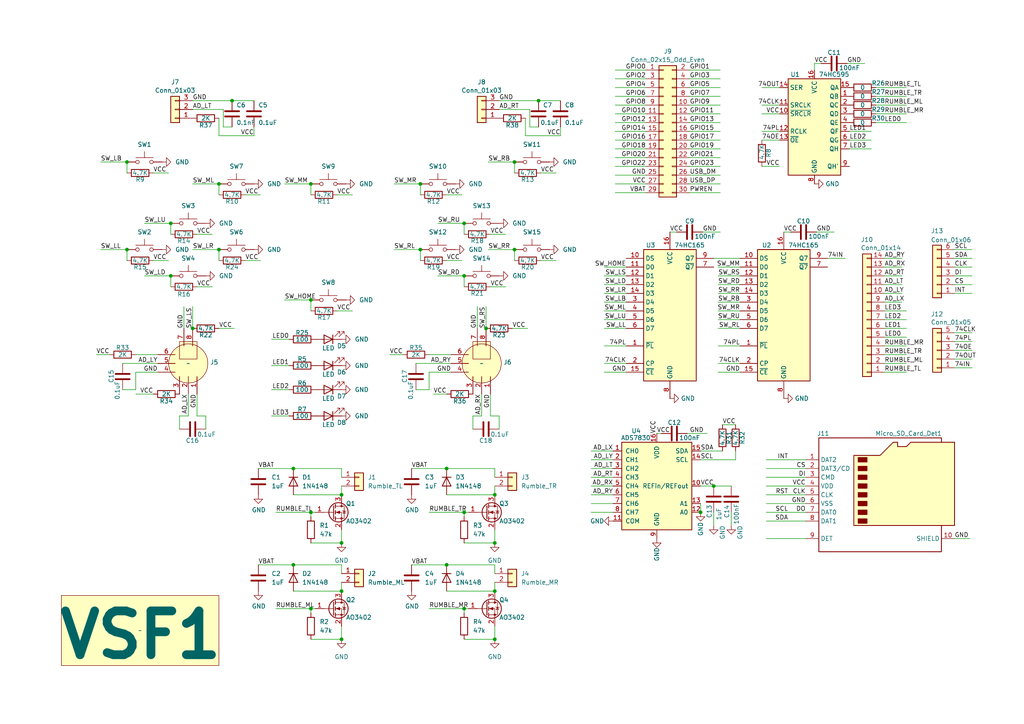
<source format=kicad_sch>
(kicad_sch (version 20231120) (generator "eeschema") (generator_version "8.0")
  (paper "A4")
  (lib_symbols
    (symbol "74xx:74HC165"
      (property "Reference" "U" (at -7.62 19.05 0))
      (property "Value" "74HC165" (at -7.62 -21.59 0))
      (symbol "74HC165_1_0"
        (pin input line (at -12.7 -10.16 0) (length 5.08) (name "~{PL}") (number "1"))
        (pin input line (at -12.7 15.24 0) (length 5.08) (name "DS") (number "10"))
        (pin input line (at -12.7 12.7 0) (length 5.08) (name "D0") (number "11"))
        (pin input line (at -12.7 10.16 0) (length 5.08) (name "D1") (number "12"))
        (pin input line (at -12.7 7.62 0) (length 5.08) (name "D2") (number "13"))
        (pin input line (at -12.7 5.08 0) (length 5.08) (name "D3") (number "14"))
        (pin input line (at -12.7 -17.78 0) (length 5.08) (name "~{CE}") (number "15"))
        (pin power_in line (at 0 22.86 270) (length 5.08) (name "VCC") (number "16"))
        (pin input line (at -12.7 -15.24 0) (length 5.08) (name "CP") (number "2"))
        (pin input line (at -12.7 2.54 0) (length 5.08) (name "D4") (number "3"))
        (pin input line (at -12.7 0 0) (length 5.08) (name "D5") (number "4"))
        (pin input line (at -12.7 -2.54 0) (length 5.08) (name "D6") (number "5"))
        (pin input line (at -12.7 -5.08 0) (length 5.08) (name "D7") (number "6"))
        (pin output line (at 12.7 12.7 180) (length 5.08) (name "~{Q7}") (number "7"))
        (pin power_in line (at 0 -25.4 90) (length 5.08) (name "GND") (number "8"))
        (pin output line (at 12.7 15.24 180) (length 5.08) (name "Q7") (number "9"))
      )
    )
    (symbol "74xx:74HC595"
      (property "Reference" "U" (at -7.62 13.97 0))
      (property "Value" "74HC595" (at -7.62 -16.51 0))
      (symbol "74HC595_1_0"
        (pin tri_state line (at 10.16 7.62 180) (length 2.54) (name "QB") (number "1"))
        (pin input line (at -10.16 2.54 0) (length 2.54) (name "~{SRCLR}") (number "10"))
        (pin input line (at -10.16 5.08 0) (length 2.54) (name "SRCLK") (number "11"))
        (pin input line (at -10.16 -2.54 0) (length 2.54) (name "RCLK") (number "12"))
        (pin input line (at -10.16 -5.08 0) (length 2.54) (name "~{OE}") (number "13"))
        (pin input line (at -10.16 10.16 0) (length 2.54) (name "SER") (number "14"))
        (pin tri_state line (at 10.16 10.16 180) (length 2.54) (name "QA") (number "15"))
        (pin power_in line (at 0 15.24 270) (length 2.54) (name "VCC") (number "16"))
        (pin tri_state line (at 10.16 5.08 180) (length 2.54) (name "QC") (number "2"))
        (pin tri_state line (at 10.16 2.54 180) (length 2.54) (name "QD") (number "3"))
        (pin tri_state line (at 10.16 0 180) (length 2.54) (name "QE") (number "4"))
        (pin tri_state line (at 10.16 -2.54 180) (length 2.54) (name "QF") (number "5"))
        (pin tri_state line (at 10.16 -5.08 180) (length 2.54) (name "QG") (number "6"))
        (pin tri_state line (at 10.16 -7.62 180) (length 2.54) (name "QH") (number "7"))
        (pin power_in line (at 0 -17.78 90) (length 2.54) (name "GND") (number "8"))
        (pin output line (at 10.16 -12.7 180) (length 2.54) (name "QH'") (number "9"))
      )
    )
    (symbol "Analog_DAC:ADS7830" (pin_names (offset 1.016))
      (property "Reference" "U" (at -10.16 13.716 0))
      (property "Value" "ADS7830" (at 1.778 13.716 0))
      (symbol "ADS7830_1_1"
        (pin input line (at -12.7 10.16 0) (length 2.54) (name "CH0") (number "1"))
        (pin bidirectional line (at 12.7 0 180) (length 2.54) (name "REFin/REFout") (number "10"))
        (pin input line (at -12.7 -10.16 0) (length 2.54) (name "COM") (number "11"))
        (pin input line (at 12.7 -7.62 180) (length 2.54) (name "A0") (number "12"))
        (pin input line (at 12.7 -5.08 180) (length 2.54) (name "A1") (number "13"))
        (pin input line (at 12.7 7.62 180) (length 2.54) (name "SCL") (number "14"))
        (pin bidirectional line (at 12.7 10.16 180) (length 2.54) (name "SDA") (number "15"))
        (pin power_in line (at 0 15.24 270) (length 2.54) (name "VDD") (number "16"))
        (pin input line (at -12.7 7.62 0) (length 2.54) (name "CH1") (number "2"))
        (pin input line (at -12.7 5.08 0) (length 2.54) (name "CH2") (number "3"))
        (pin input line (at -12.7 2.54 0) (length 2.54) (name "CH3") (number "4"))
        (pin input line (at -12.7 0 0) (length 2.54) (name "CH4") (number "5"))
        (pin input line (at -12.7 -2.54 0) (length 2.54) (name "CH5") (number "6"))
        (pin input line (at -12.7 -5.08 0) (length 2.54) (name "CH6") (number "7"))
        (pin input line (at -12.7 -7.62 0) (length 2.54) (name "CH7") (number "8"))
        (pin power_in line (at 0 -15.24 90) (length 2.54) (name "GND") (number "9"))
      )
    )
    (symbol "Connector:Micro_SD_Card_Det1"
      (property "Reference" "J" (at -16.51 17.78 0))
      (property "Value" "Micro_SD_Card_Det1" (at 16.51 17.78 0))
      (symbol "Micro_SD_Card_Det1_1_1"
        (pin bidirectional line (at -22.86 10.16 0) (length 3.81) (name "DAT2") (number "1"))
        (pin passive line (at 20.32 -12.7 180) (length 3.81) (name "SHIELD") (number "10"))
        (pin bidirectional line (at -22.86 7.62 0) (length 3.81) (name "DAT3/CD") (number "2"))
        (pin input line (at -22.86 5.08 0) (length 3.81) (name "CMD") (number "3"))
        (pin power_in line (at -22.86 2.54 0) (length 3.81) (name "VDD") (number "4"))
        (pin input line (at -22.86 0 0) (length 3.81) (name "CLK") (number "5"))
        (pin power_in line (at -22.86 -2.54 0) (length 3.81) (name "VSS") (number "6"))
        (pin bidirectional line (at -22.86 -5.08 0) (length 3.81) (name "DAT0") (number "7"))
        (pin bidirectional line (at -22.86 -7.62 0) (length 3.81) (name "DAT1") (number "8"))
        (pin passive line (at -22.86 -12.7 0) (length 3.81) (name "DET") (number "9"))
      )
    )
    (symbol "Connector_Generic:Conn_01x02" (pin_names (offset 1.016) hide)
      (property "Reference" "J" (at 0 2.54 0))
      (property "Value" "Conn_01x02" (at 0 -5.08 0))
      (symbol "Conn_01x02_1_1"
        (pin passive line (at -5.08 0 0) (length 3.81) (name "Pin_1") (number "1"))
        (pin passive line (at -5.08 -2.54 0) (length 3.81) (name "Pin_2") (number "2"))
      )
    )
    (symbol "Connector_Generic:Conn_01x03" (pin_names (offset 1.016) hide)
      (property "Reference" "J" (at 0 5.08 0))
      (property "Value" "Conn_01x03" (at 0 -5.08 0))
      (symbol "Conn_01x03_1_1"
        (pin passive line (at -5.08 2.54 0) (length 3.81) (name "Pin_1") (number "1"))
        (pin passive line (at -5.08 0 0) (length 3.81) (name "Pin_2") (number "2"))
        (pin passive line (at -5.08 -2.54 0) (length 3.81) (name "Pin_3") (number "3"))
      )
    )
    (symbol "Connector_Generic:Conn_01x05" (pin_names (offset 1.016) hide)
      (property "Reference" "J" (at 0 7.62 0))
      (property "Value" "Conn_01x05" (at 0 -7.62 0))
      (symbol "Conn_01x05_1_1"
        (pin passive line (at -5.08 5.08 0) (length 3.81) (name "Pin_1") (number "1"))
        (pin passive line (at -5.08 2.54 0) (length 3.81) (name "Pin_2") (number "2"))
        (pin passive line (at -5.08 0 0) (length 3.81) (name "Pin_3") (number "3"))
        (pin passive line (at -5.08 -2.54 0) (length 3.81) (name "Pin_4") (number "4"))
        (pin passive line (at -5.08 -5.08 0) (length 3.81) (name "Pin_5") (number "5"))
      )
    )
    (symbol "Connector_Generic:Conn_01x06" (pin_names (offset 1.016) hide)
      (property "Reference" "J" (at 0 7.62 0))
      (property "Value" "Conn_01x06" (at 0 -10.16 0))
      (symbol "Conn_01x06_1_1"
        (pin passive line (at -5.08 5.08 0) (length 3.81) (name "Pin_1") (number "1"))
        (pin passive line (at -5.08 2.54 0) (length 3.81) (name "Pin_2") (number "2"))
        (pin passive line (at -5.08 0 0) (length 3.81) (name "Pin_3") (number "3"))
        (pin passive line (at -5.08 -2.54 0) (length 3.81) (name "Pin_4") (number "4"))
        (pin passive line (at -5.08 -5.08 0) (length 3.81) (name "Pin_5") (number "5"))
        (pin passive line (at -5.08 -7.62 0) (length 3.81) (name "Pin_6") (number "6"))
      )
    )
    (symbol "Connector_Generic:Conn_01x14" (pin_names (offset 1.016) hide)
      (property "Reference" "J" (at 0 17.78 0))
      (property "Value" "Conn_01x14" (at 0 -20.32 0))
      (symbol "Conn_01x14_1_1"
        (pin passive line (at -5.08 15.24 0) (length 3.81) (name "Pin_1") (number "1"))
        (pin passive line (at -5.08 -7.62 0) (length 3.81) (name "Pin_10") (number "10"))
        (pin passive line (at -5.08 -10.16 0) (length 3.81) (name "Pin_11") (number "11"))
        (pin passive line (at -5.08 -12.7 0) (length 3.81) (name "Pin_12") (number "12"))
        (pin passive line (at -5.08 -15.24 0) (length 3.81) (name "Pin_13") (number "13"))
        (pin passive line (at -5.08 -17.78 0) (length 3.81) (name "Pin_14") (number "14"))
        (pin passive line (at -5.08 12.7 0) (length 3.81) (name "Pin_2") (number "2"))
        (pin passive line (at -5.08 10.16 0) (length 3.81) (name "Pin_3") (number "3"))
        (pin passive line (at -5.08 7.62 0) (length 3.81) (name "Pin_4") (number "4"))
        (pin passive line (at -5.08 5.08 0) (length 3.81) (name "Pin_5") (number "5"))
        (pin passive line (at -5.08 2.54 0) (length 3.81) (name "Pin_6") (number "6"))
        (pin passive line (at -5.08 0 0) (length 3.81) (name "Pin_7") (number "7"))
        (pin passive line (at -5.08 -2.54 0) (length 3.81) (name "Pin_8") (number "8"))
        (pin passive line (at -5.08 -5.08 0) (length 3.81) (name "Pin_9") (number "9"))
      )
    )
    (symbol "Connector_Generic:Conn_02x15_Odd_Even" (pin_names (offset 1.016) hide)
      (property "Reference" "J" (at 1.27 20.32 0))
      (property "Value" "Conn_02x15_Odd_Even" (at 1.27 -20.32 0))
      (symbol "Conn_02x15_Odd_Even_1_1"
        (pin passive line (at -5.08 17.78 0) (length 3.81) (name "Pin_1") (number "1"))
        (pin passive line (at 7.62 7.62 180) (length 3.81) (name "Pin_10") (number "10"))
        (pin passive line (at -5.08 5.08 0) (length 3.81) (name "Pin_11") (number "11"))
        (pin passive line (at 7.62 5.08 180) (length 3.81) (name "Pin_12") (number "12"))
        (pin passive line (at -5.08 2.54 0) (length 3.81) (name "Pin_13") (number "13"))
        (pin passive line (at 7.62 2.54 180) (length 3.81) (name "Pin_14") (number "14"))
        (pin passive line (at -5.08 0 0) (length 3.81) (name "Pin_15") (number "15"))
        (pin passive line (at 7.62 0 180) (length 3.81) (name "Pin_16") (number "16"))
        (pin passive line (at -5.08 -2.54 0) (length 3.81) (name "Pin_17") (number "17"))
        (pin passive line (at 7.62 -2.54 180) (length 3.81) (name "Pin_18") (number "18"))
        (pin passive line (at -5.08 -5.08 0) (length 3.81) (name "Pin_19") (number "19"))
        (pin passive line (at 7.62 17.78 180) (length 3.81) (name "Pin_2") (number "2"))
        (pin passive line (at 7.62 -5.08 180) (length 3.81) (name "Pin_20") (number "20"))
        (pin passive line (at -5.08 -7.62 0) (length 3.81) (name "Pin_21") (number "21"))
        (pin passive line (at 7.62 -7.62 180) (length 3.81) (name "Pin_22") (number "22"))
        (pin passive line (at -5.08 -10.16 0) (length 3.81) (name "Pin_23") (number "23"))
        (pin passive line (at 7.62 -10.16 180) (length 3.81) (name "Pin_24") (number "24"))
        (pin passive line (at -5.08 -12.7 0) (length 3.81) (name "Pin_25") (number "25"))
        (pin passive line (at 7.62 -12.7 180) (length 3.81) (name "Pin_26") (number "26"))
        (pin passive line (at -5.08 -15.24 0) (length 3.81) (name "Pin_27") (number "27"))
        (pin passive line (at 7.62 -15.24 180) (length 3.81) (name "Pin_28") (number "28"))
        (pin passive line (at -5.08 -17.78 0) (length 3.81) (name "Pin_29") (number "29"))
        (pin passive line (at -5.08 15.24 0) (length 3.81) (name "Pin_3") (number "3"))
        (pin passive line (at 7.62 -17.78 180) (length 3.81) (name "Pin_30") (number "30"))
        (pin passive line (at 7.62 15.24 180) (length 3.81) (name "Pin_4") (number "4"))
        (pin passive line (at -5.08 12.7 0) (length 3.81) (name "Pin_5") (number "5"))
        (pin passive line (at 7.62 12.7 180) (length 3.81) (name "Pin_6") (number "6"))
        (pin passive line (at -5.08 10.16 0) (length 3.81) (name "Pin_7") (number "7"))
        (pin passive line (at 7.62 10.16 180) (length 3.81) (name "Pin_8") (number "8"))
        (pin passive line (at -5.08 7.62 0) (length 3.81) (name "Pin_9") (number "9"))
      )
    )
    (symbol "Device:C" (pin_numbers hide) (pin_names (offset 0.254))
      (property "Reference" "C" (at 0.635 2.54 0))
      (property "Value" "C" (at 0.635 -2.54 0))
      (symbol "C_1_1"
        (pin passive line (at 0 3.81 270) (length 2.794) (name "~") (number "1"))
        (pin passive line (at 0 -3.81 90) (length 2.794) (name "~") (number "2"))
      )
    )
    (symbol "Device:D" (pin_numbers hide) (pin_names (offset 1.016) hide)
      (property "Reference" "D" (at 0 2.54 0))
      (property "Value" "D" (at 0 -2.54 0))
      (symbol "D_1_1"
        (pin passive line (at -3.81 0 0) (length 2.54) (name "K") (number "1"))
        (pin passive line (at 3.81 0 180) (length 2.54) (name "A") (number "2"))
      )
    )
    (symbol "Device:LED" (pin_numbers hide) (pin_names (offset 1.016) hide)
      (property "Reference" "D" (at 0 2.54 0))
      (property "Value" "LED" (at 0 -2.54 0))
      (symbol "LED_1_1"
        (pin passive line (at -3.81 0 0) (length 2.54) (name "K") (number "1"))
        (pin passive line (at 3.81 0 180) (length 2.54) (name "A") (number "2"))
      )
    )
    (symbol "Device:Q_NMOS_GSD" (pin_names (offset 0) hide)
      (property "Reference" "Q" (at 5.08 1.27 0))
      (property "Value" "Q_NMOS_GSD" (at 5.08 -1.27 0))
      (symbol "Q_NMOS_GSD_1_1"
        (pin input line (at -5.08 0 0) (length 2.54) (name "G") (number "1"))
        (pin passive line (at 2.54 -5.08 90) (length 2.54) (name "S") (number "2"))
        (pin passive line (at 2.54 5.08 270) (length 2.54) (name "D") (number "3"))
      )
    )
    (symbol "Device:R" (pin_numbers hide) (pin_names (offset 0))
      (property "Reference" "R" (at 2.032 0 90))
      (property "Value" "R" (at 0 0 90))
      (symbol "R_1_1"
        (pin passive line (at 0 3.81 270) (length 1.27) (name "~") (number "1"))
        (pin passive line (at 0 -3.81 90) (length 1.27) (name "~") (number "2"))
      )
    )
    (symbol "GND_1" (power) (pin_names (offset 0))
      (property "Value" "GND_1" (at 0 -3.81 0))
      (symbol "GND_1_1_1"
        (pin power_in line (at 0 0 270) (length 0) hide (name "GND") (number "1"))
      )
    )
    (symbol "JoyStick_1"
      (property "Reference" "J" (at -5.08 5.08 0))
      (symbol "JoyStick_1_1_1"
        (pin power_in line (at 2.54 -8.89 90) (length 5.08) (name "") (number "1"))
        (pin output line (at 0 -8.89 90) (length 5.08) (name "") (number "2"))
        (pin power_in line (at -2.54 -8.89 90) (length 5.08) (name "") (number "3"))
        (pin power_in line (at -8.89 -2.54 0) (length 5.08) (name "") (number "4"))
        (pin output line (at -8.89 0 0) (length 5.08) (name "") (number "5"))
        (pin power_in line (at -8.89 2.54 0) (length 5.08) (name "") (number "6"))
        (pin bidirectional line (at -1.27 10.16 270) (length 5.08) (name "") (number "7"))
        (pin bidirectional line (at 1.27 10.16 270) (length 5.08) (name "") (number "8"))
      )
    )
    (symbol "Switch:SW_Push" (pin_numbers hide) (pin_names (offset 1.016) hide)
      (property "Reference" "SW" (at 1.27 2.54 0))
      (property "Value" "SW_Push" (at 0 -1.524 0))
      (symbol "SW_Push_0_1"
        (pin passive line (at -5.08 0 0) (length 2.54) (name "1") (number "1"))
        (pin passive line (at 5.08 0 180) (length 2.54) (name "2") (number "2"))
      )
    )
    (symbol "VSF:JoyStick"
      (property "Reference" "J" (at -5.08 5.08 0))
      (symbol "JoyStick_1_1"
        (pin power_in line (at 2.54 -8.89 90) (length 5.08) (name "") (number "1"))
        (pin output line (at 0 -8.89 90) (length 5.08) (name "") (number "2"))
        (pin power_in line (at -2.54 -8.89 90) (length 5.08) (name "") (number "3"))
        (pin power_in line (at -8.89 -2.54 0) (length 5.08) (name "") (number "4"))
        (pin output line (at -8.89 0 0) (length 5.08) (name "") (number "5"))
        (pin power_in line (at -8.89 2.54 0) (length 5.08) (name "") (number "6"))
        (pin bidirectional line (at -1.27 10.16 270) (length 5.08) (name "") (number "7"))
        (pin bidirectional line (at 1.27 10.16 270) (length 5.08) (name "") (number "8"))
      )
    )
    (symbol "VSF:VSF"
      (property "Reference" "VSF" (at 0 0 0))
    )
    (symbol "VSF_1"
      (property "Reference" "VSF" (at 0 0 0))
    )
    (symbol "power:GND" (power) (pin_names (offset 0))
      (property "Value" "GND" (at 0 -3.81 0))
      (symbol "GND_1_1"
        (pin power_in line (at 0 0 270) (length 0) hide (name "GND") (number "1"))
      )
    )
  )
  (junction (at 121.92 53.34))
  (junction (at 63.5 53.34))
  (junction (at 99.06 171.45))
  (junction (at 67.31 29.21))
  (junction (at 149.225 46.99))
  (junction (at 99.06 143.51))
  (junction (at 143.51 171.45))
  (junction (at 156.21 29.21))
  (junction (at 49.53 80.01))
  (junction (at 134.62 176.53))
  (junction (at 129.54 163.83))
  (junction (at 85.09 163.83))
  (junction (at 55.88 95.25))
  (junction (at 140.97 95.25))
  (junction (at 134.62 64.77))
  (junction (at 121.92 72.39))
  (junction (at 99.06 157.48))
  (junction (at 207.01 140.97))
  (junction (at 143.51 143.51))
  (junction (at 149.225 72.39))
  (junction (at 129.54 135.89))
  (junction (at 36.83 46.99))
  (junction (at 36.83 72.39))
  (junction (at 203.2 148.59))
  (junction (at 143.51 157.48))
  (junction (at 90.17 148.59))
  (junction (at 85.09 135.89))
  (junction (at 63.5 72.39))
  (junction (at 134.62 80.01))
  (junction (at 143.51 185.42))
  (junction (at 49.53 64.77))
  (junction (at 90.17 53.34))
  (junction (at 90.17 176.53))
  (junction (at 99.06 185.42))
  (junction (at 134.62 148.59))
  (junction (at 90.17 86.995))
  (wire (pts (xy 207.01 74.93) (xy 214.63 74.93)))
  (wire (pts (xy 200.025 45.72) (xy 208.915 45.72)))
  (wire (pts (xy 212.09 148.59) (xy 212.09 152.4)))
  (wire (pts (xy 175.26 95.25) (xy 181.61 95.25)))
  (wire (pts (xy 44.45 50.165) (xy 48.895 50.165)))
  (wire (pts (xy 57.15 67.945) (xy 61.595 67.945)))
  (wire (pts (xy 36.83 72.39) (xy 36.83 75.565)))
  (wire (pts (xy 175.26 105.41) (xy 181.61 105.41)))
  (wire (pts (xy 222.25 146.05) (xy 233.68 146.05)))
  (wire (pts (xy 139.7 114.3) (xy 139.7 120.65)))
  (wire (pts (xy 41.91 64.77) (xy 49.53 64.77)))
  (wire (pts (xy 63.5 53.34) (xy 63.5 56.515)))
  (wire (pts (xy 171.45 138.43) (xy 177.8 138.43)))
  (wire (pts (xy 208.28 82.55) (xy 214.63 82.55)))
  (wire (pts (xy 134.62 176.53) (xy 134.62 177.8)))
  (wire (pts (xy 256.54 77.47) (xy 261.62 77.47)))
  (wire (pts (xy 127 64.77) (xy 134.62 64.77)))
  (wire (pts (xy 178.435 48.26) (xy 187.325 48.26)))
  (wire (pts (xy 207.01 148.59) (xy 207.01 152.4)))
  (wire (pts (xy 171.45 143.51) (xy 177.8 143.51)))
  (wire (pts (xy 39.37 102.87) (xy 45.72 102.87)))
  (wire (pts (xy 80.01 148.59) (xy 90.17 148.59)))
  (wire (pts (xy 78.74 98.425) (xy 83.82 98.425)))
  (wire (pts (xy 99.06 185.42) (xy 99.06 181.61)))
  (wire (pts (xy 99.06 135.89) (xy 85.09 135.89)))
  (wire (pts (xy 208.28 95.25) (xy 214.63 95.25)))
  (wire (pts (xy 55.88 29.21) (xy 67.31 29.21)))
  (wire (pts (xy 236.855 67.31) (xy 241.935 67.31)))
  (wire (pts (xy 200.025 22.86) (xy 208.915 22.86)))
  (wire (pts (xy 144.78 31.75) (xy 153.67 31.75)))
  (wire (pts (xy 256.54 92.71) (xy 262.89 92.71)))
  (wire (pts (xy 99.06 163.83) (xy 85.09 163.83)))
  (wire (pts (xy 208.28 100.33) (xy 214.63 100.33)))
  (wire (pts (xy 142.24 114.3) (xy 142.24 120.65)))
  (wire (pts (xy 71.12 75.565) (xy 75.565 75.565)))
  (wire (pts (xy 90.17 185.42) (xy 99.06 185.42)))
  (wire (pts (xy 53.34 88.9) (xy 53.34 95.25)))
  (wire (pts (xy 178.435 25.4) (xy 187.325 25.4)))
  (wire (pts (xy 39.37 107.95) (xy 45.72 107.95)))
  (wire (pts (xy 276.86 106.68) (xy 281.94 106.68)))
  (wire (pts (xy 162.56 39.37) (xy 162.56 36.83)))
  (wire (pts (xy 121.92 72.39) (xy 121.92 75.565)))
  (wire (pts (xy 134.62 80.01) (xy 134.62 83.185)))
  (wire (pts (xy 143.51 138.43) (xy 143.51 135.89)))
  (wire (pts (xy 178.435 22.86) (xy 187.325 22.86)))
  (wire (pts (xy 276.86 101.6) (xy 281.94 101.6)))
  (wire (pts (xy 220.98 25.4) (xy 226.06 25.4)))
  (wire (pts (xy 208.28 107.95) (xy 214.63 107.95)))
  (wire (pts (xy 149.225 72.39) (xy 149.225 75.565)))
  (wire (pts (xy 41.91 80.01) (xy 49.53 80.01)))
  (wire (pts (xy 236.22 18.415) (xy 238.125 18.415)))
  (wire (pts (xy 156.845 75.565) (xy 161.29 75.565)))
  (wire (pts (xy 245.745 18.415) (xy 250.825 18.415)))
  (wire (pts (xy 153.67 31.75) (xy 153.67 36.83)))
  (wire (pts (xy 246.38 38.1) (xy 252.73 38.1)))
  (wire (pts (xy 220.98 48.26) (xy 226.06 48.26)))
  (wire (pts (xy 152.4 34.29) (xy 152.4 39.37)))
  (wire (pts (xy 144.78 29.21) (xy 156.21 29.21)))
  (wire (pts (xy 124.46 148.59) (xy 134.62 148.59)))
  (wire (pts (xy 44.45 75.565) (xy 48.895 75.565)))
  (wire (pts (xy 143.51 135.89) (xy 129.54 135.89)))
  (wire (pts (xy 194.31 67.31) (xy 196.215 67.31)))
  (wire (pts (xy 152.4 39.37) (xy 162.56 39.37)))
  (wire (pts (xy 73.66 36.83) (xy 73.66 39.37)))
  (wire (pts (xy 200.025 48.26) (xy 208.915 48.26)))
  (wire (pts (xy 203.2 140.97) (xy 207.01 140.97)))
  (wire (pts (xy 203.835 67.31) (xy 208.915 67.31)))
  (wire (pts (xy 200.025 38.1) (xy 208.915 38.1)))
  (wire (pts (xy 63.5 95.25) (xy 67.945 95.25)))
  (wire (pts (xy 222.25 138.43) (xy 233.68 138.43)))
  (wire (pts (xy 208.28 105.41) (xy 214.63 105.41)))
  (wire (pts (xy 52.07 120.65) (xy 54.61 120.65)))
  (wire (pts (xy 222.25 148.59) (xy 233.68 148.59)))
  (wire (pts (xy 90.17 148.59) (xy 90.17 149.86)))
  (wire (pts (xy 208.28 90.17) (xy 214.63 90.17)))
  (wire (pts (xy 236.22 18.415) (xy 236.22 20.32)))
  (wire (pts (xy 148.59 95.25) (xy 153.035 95.25)))
  (wire (pts (xy 125.73 114.3) (xy 129.54 114.3)))
  (wire (pts (xy 200.025 50.8) (xy 208.915 50.8)))
  (wire (pts (xy 143.51 163.83) (xy 129.54 163.83)))
  (wire (pts (xy 143.51 140.97) (xy 143.51 143.51)))
  (wire (pts (xy 59.69 120.65) (xy 57.15 120.65)))
  (wire (pts (xy 36.83 46.99) (xy 36.83 50.165)))
  (wire (pts (xy 171.45 148.59) (xy 177.8 148.59)))
  (wire (pts (xy 276.86 99.06) (xy 281.94 99.06)))
  (wire (pts (xy 203.2 133.35) (xy 213.36 133.35)))
  (wire (pts (xy 134.62 157.48) (xy 143.51 157.48)))
  (wire (pts (xy 256.54 87.63) (xy 261.62 87.63)))
  (wire (pts (xy 138.43 88.9) (xy 138.43 95.25)))
  (wire (pts (xy 59.69 124.46) (xy 59.69 120.65)))
  (wire (pts (xy 208.28 77.47) (xy 214.63 77.47)))
  (wire (pts (xy 220.98 33.02) (xy 226.06 33.02)))
  (wire (pts (xy 200.025 55.88) (xy 208.915 55.88)))
  (wire (pts (xy 222.25 143.51) (xy 233.68 143.51)))
  (wire (pts (xy 178.435 27.94) (xy 187.325 27.94)))
  (wire (pts (xy 153.67 36.83) (xy 156.21 36.83)))
  (wire (pts (xy 124.46 107.95) (xy 130.81 107.95)))
  (wire (pts (xy 29.21 72.39) (xy 36.83 72.39)))
  (wire (pts (xy 222.25 156.21) (xy 233.68 156.21)))
  (wire (pts (xy 203.2 146.05) (xy 203.2 148.59)))
  (wire (pts (xy 90.17 157.48) (xy 99.06 157.48)))
  (wire (pts (xy 175.26 77.47) (xy 181.61 77.47)))
  (wire (pts (xy 99.06 157.48) (xy 99.06 153.67)))
  (wire (pts (xy 200.025 53.34) (xy 208.915 53.34)))
  (wire (pts (xy 135.89 176.53) (xy 134.62 176.53)))
  (wire (pts (xy 137.16 124.46) (xy 137.16 120.65)))
  (wire (pts (xy 208.28 87.63) (xy 214.63 87.63)))
  (wire (pts (xy 99.06 140.97) (xy 99.06 143.51)))
  (wire (pts (xy 99.06 163.83) (xy 99.06 166.37)))
  (wire (pts (xy 143.51 166.37) (xy 143.51 163.83)))
  (wire (pts (xy 254 30.48) (xy 262.89 30.48)))
  (wire (pts (xy 256.54 90.17) (xy 262.89 90.17)))
  (wire (pts (xy 55.88 53.34) (xy 63.5 53.34)))
  (wire (pts (xy 256.54 107.95) (xy 262.89 107.95)))
  (wire (pts (xy 119.38 135.89) (xy 129.54 135.89)))
  (wire (pts (xy 120.65 113.03) (xy 124.46 113.03)))
  (wire (pts (xy 29.21 46.99) (xy 36.83 46.99)))
  (wire (pts (xy 254 27.94) (xy 262.89 27.94)))
  (wire (pts (xy 220.98 40.64) (xy 226.06 40.64)))
  (wire (pts (xy 175.26 107.95) (xy 181.61 107.95)))
  (wire (pts (xy 175.26 90.17) (xy 181.61 90.17)))
  (wire (pts (xy 256.54 102.87) (xy 262.89 102.87)))
  (wire (pts (xy 276.86 85.09) (xy 281.94 85.09)))
  (wire (pts (xy 276.86 82.55) (xy 281.94 82.55)))
  (wire (pts (xy 143.51 185.42) (xy 143.51 181.61)))
  (wire (pts (xy 91.44 176.53) (xy 90.17 176.53)))
  (wire (pts (xy 67.31 29.21) (xy 73.66 29.21)))
  (wire (pts (xy 49.53 64.77) (xy 49.53 67.945)))
  (wire (pts (xy 178.435 20.32) (xy 187.325 20.32)))
  (wire (pts (xy 90.17 53.34) (xy 90.17 56.515)))
  (wire (pts (xy 178.435 45.72) (xy 187.325 45.72)))
  (wire (pts (xy 27.94 102.87) (xy 31.75 102.87)))
  (wire (pts (xy 178.435 38.1) (xy 187.325 38.1)))
  (wire (pts (xy 203.2 130.81) (xy 209.55 130.81)))
  (wire (pts (xy 175.26 87.63) (xy 181.61 87.63)))
  (wire (pts (xy 178.435 55.88) (xy 187.325 55.88)))
  (wire (pts (xy 178.435 53.34) (xy 187.325 53.34)))
  (wire (pts (xy 143.51 157.48) (xy 143.51 153.67)))
  (wire (pts (xy 200.025 30.48) (xy 208.915 30.48)))
  (wire (pts (xy 142.24 83.185) (xy 146.685 83.185)))
  (wire (pts (xy 254 33.02) (xy 262.89 33.02)))
  (wire (pts (xy 78.74 120.65) (xy 83.82 120.65)))
  (wire (pts (xy 256.54 85.09) (xy 261.62 85.09)))
  (wire (pts (xy 143.51 168.91) (xy 143.51 171.45)))
  (wire (pts (xy 171.45 135.89) (xy 177.8 135.89)))
  (wire (pts (xy 178.435 35.56) (xy 187.325 35.56)))
  (wire (pts (xy 256.54 95.25) (xy 262.89 95.25)))
  (wire (pts (xy 63.5 34.29) (xy 63.5 39.37)))
  (wire (pts (xy 114.3 72.39) (xy 121.92 72.39)))
  (wire (pts (xy 200.025 43.18) (xy 208.915 43.18)))
  (wire (pts (xy 175.26 100.33) (xy 181.61 100.33)))
  (wire (pts (xy 49.53 80.01) (xy 49.53 83.185)))
  (wire (pts (xy 134.62 185.42) (xy 143.51 185.42)))
  (wire (pts (xy 246.38 43.18) (xy 252.73 43.18)))
  (wire (pts (xy 256.54 74.93) (xy 261.62 74.93)))
  (wire (pts (xy 129.54 56.515) (xy 133.985 56.515)))
  (wire (pts (xy 74.93 163.83) (xy 85.09 163.83)))
  (wire (pts (xy 127 80.01) (xy 134.62 80.01)))
  (wire (pts (xy 113.03 102.87) (xy 116.84 102.87)))
  (wire (pts (xy 144.78 120.65) (xy 142.24 120.65)))
  (wire (pts (xy 63.5 72.39) (xy 63.5 75.565)))
  (wire (pts (xy 63.5 39.37) (xy 73.66 39.37)))
  (wire (pts (xy 254 25.4) (xy 262.89 25.4)))
  (wire (pts (xy 200.025 33.02) (xy 208.915 33.02)))
  (wire (pts (xy 200.025 25.4) (xy 208.915 25.4)))
  (wire (pts (xy 114.3 53.34) (xy 121.92 53.34)))
  (wire (pts (xy 178.435 30.48) (xy 187.325 30.48)))
  (wire (pts (xy 121.92 53.34) (xy 121.92 56.515)))
  (wire (pts (xy 175.26 80.01) (xy 181.61 80.01)))
  (wire (pts (xy 213.36 133.35) (xy 213.36 130.81)))
  (wire (pts (xy 44.45 114.3) (xy 39.37 114.3)))
  (wire (pts (xy 90.17 86.995) (xy 90.17 90.17)))
  (wire (pts (xy 54.61 114.3) (xy 54.61 120.65)))
  (wire (pts (xy 124.46 113.03) (xy 124.46 107.95)))
  (wire (pts (xy 64.77 31.75) (xy 64.77 36.83)))
  (wire (pts (xy 97.79 90.17) (xy 102.235 90.17)))
  (wire (pts (xy 208.28 92.71) (xy 214.63 92.71)))
  (wire (pts (xy 35.56 105.41) (xy 45.72 105.41)))
  (wire (pts (xy 276.86 96.52) (xy 281.94 96.52)))
  (wire (pts (xy 90.17 176.53) (xy 90.17 177.8)))
  (wire (pts (xy 140.97 88.9) (xy 140.97 95.25)))
  (wire (pts (xy 99.06 138.43) (xy 99.06 135.89)))
  (wire (pts (xy 137.16 120.65) (xy 139.7 120.65)))
  (wire (pts (xy 276.86 80.01) (xy 281.94 80.01)))
  (wire (pts (xy 55.88 72.39) (xy 63.5 72.39)))
  (wire (pts (xy 80.01 176.53) (xy 90.17 176.53)))
  (wire (pts (xy 207.01 140.97) (xy 212.09 140.97)))
  (wire (pts (xy 240.03 74.93) (xy 245.11 74.93)))
  (wire (pts (xy 55.88 31.75) (xy 64.77 31.75)))
  (wire (pts (xy 171.45 146.05) (xy 177.8 146.05)))
  (wire (pts (xy 222.25 135.89) (xy 233.68 135.89)))
  (wire (pts (xy 222.25 151.13) (xy 233.68 151.13)))
  (wire (pts (xy 200.025 27.94) (xy 208.915 27.94)))
  (wire (pts (xy 276.86 156.21) (xy 281.305 156.21)))
  (wire (pts (xy 55.88 88.9) (xy 55.88 95.25)))
  (wire (pts (xy 141.605 46.99) (xy 149.225 46.99)))
  (wire (pts (xy 124.46 102.87) (xy 130.81 102.87)))
  (wire (pts (xy 177.8 130.81) (xy 171.45 130.81)))
  (wire (pts (xy 256.54 82.55) (xy 261.62 82.55)))
  (wire (pts (xy 134.62 148.59) (xy 134.62 149.86)))
  (wire (pts (xy 119.38 163.83) (xy 129.54 163.83)))
  (wire (pts (xy 57.15 83.185) (xy 61.595 83.185)))
  (wire (pts (xy 141.605 72.39) (xy 149.225 72.39)))
  (wire (pts (xy 124.46 176.53) (xy 134.62 176.53)))
  (wire (pts (xy 52.07 124.46) (xy 52.07 120.65)))
  (wire (pts (xy 220.98 30.48) (xy 226.06 30.48)))
  (wire (pts (xy 171.45 140.97) (xy 177.8 140.97)))
  (wire (pts (xy 256.54 80.01) (xy 261.62 80.01)))
  (wire (pts (xy 222.25 140.97) (xy 233.68 140.97)))
  (wire (pts (xy 227.33 67.31) (xy 229.235 67.31)))
  (wire (pts (xy 209.55 123.19) (xy 213.36 123.19)))
  (wire (pts (xy 178.435 40.64) (xy 187.325 40.64)))
  (wire (pts (xy 199.39 125.73) (xy 205.105 125.73)))
  (wire (pts (xy 99.06 171.45) (xy 85.09 171.45)))
  (wire (pts (xy 256.54 105.41) (xy 262.89 105.41)))
  (wire (pts (xy 74.93 135.89) (xy 85.09 135.89)))
  (wire (pts (xy 178.435 43.18) (xy 187.325 43.18)))
  (wire (pts (xy 156.845 50.165) (xy 161.29 50.165)))
  (wire (pts (xy 143.51 143.51) (xy 129.54 143.51)))
  (wire (pts (xy 175.26 92.71) (xy 181.61 92.71)))
  (wire (pts (xy 149.225 46.99) (xy 149.225 50.165)))
  (wire (pts (xy 39.37 113.03) (xy 39.37 107.95)))
  (wire (pts (xy 135.89 148.59) (xy 134.62 148.59)))
  (wire (pts (xy 71.12 56.515) (xy 75.565 56.515)))
  (wire (pts (xy 208.28 80.01) (xy 214.63 80.01)))
  (wire (pts (xy 190.5 125.73) (xy 191.77 125.73)))
  (wire (pts (xy 120.65 105.41) (xy 130.81 105.41)))
  (wire (pts (xy 144.78 124.46) (xy 144.78 120.65)))
  (wire (pts (xy 78.74 113.03) (xy 83.82 113.03)))
  (wire (pts (xy 254 35.56) (xy 262.89 35.56)))
  (wire (pts (xy 91.44 148.59) (xy 90.17 148.59)))
  (wire (pts (xy 78.74 106.045) (xy 83.82 106.045)))
  (wire (pts (xy 246.38 40.64) (xy 252.73 40.64)))
  (wire (pts (xy 200.025 20.32) (xy 208.915 20.32)))
  (wire (pts (xy 222.25 133.35) (xy 233.68 133.35)))
  (wire (pts (xy 82.55 53.34) (xy 90.17 53.34)))
  (wire (pts (xy 220.98 38.1) (xy 226.06 38.1)))
  (wire (pts (xy 175.26 85.09) (xy 181.61 85.09)))
  (wire (pts (xy 99.06 143.51) (xy 85.09 143.51)))
  (wire (pts (xy 142.24 67.945) (xy 146.685 67.945)))
  (wire (pts (xy 200.025 40.64) (xy 208.915 40.64)))
  (wire (pts (xy 35.56 113.03) (xy 39.37 113.03)))
  (wire (pts (xy 276.86 72.39) (xy 281.94 72.39)))
  (wire (pts (xy 200.025 35.56) (xy 208.915 35.56)))
  (wire (pts (xy 276.86 74.93) (xy 281.94 74.93)))
  (wire (pts (xy 171.45 133.35) (xy 177.8 133.35)))
  (wire (pts (xy 276.86 77.47) (xy 281.94 77.47)))
  (wire (pts (xy 99.06 168.91) (xy 99.06 171.45)))
  (wire (pts (xy 178.435 33.02) (xy 187.325 33.02)))
  (wire (pts (xy 129.54 75.565) (xy 133.985 75.565)))
  (wire (pts (xy 175.26 82.55) (xy 181.61 82.55)))
  (wire (pts (xy 134.62 64.77) (xy 134.62 67.945)))
  (wire (pts (xy 143.51 171.45) (xy 129.54 171.45)))
  (wire (pts (xy 276.86 104.14) (xy 281.94 104.14)))
  (wire (pts (xy 57.15 114.3) (xy 57.15 120.65)))
  (wire (pts (xy 64.77 36.83) (xy 67.31 36.83)))
  (wire (pts (xy 156.21 29.21) (xy 162.56 29.21)))
  (wire (pts (xy 82.55 86.995) (xy 90.17 86.995)))
  (wire (pts (xy 256.54 100.33) (xy 262.89 100.33)))
  (wire (pts (xy 208.28 85.09) (xy 214.63 85.09)))
  (wire (pts (xy 256.54 97.79) (xy 262.89 97.79)))
  (wire (pts (xy 178.435 50.8) (xy 187.325 50.8)))
  (wire (pts (xy 97.79 56.515) (xy 102.235 56.515)))
  (label "AD_RT" (at 177.8 138.43 180))
  (label "74OUT" (at 276.86 104.14 0))
  (label "GPIO14" (at 187.325 38.1 180))
  (label "74PL" (at 226.06 38.1 180))
  (label "GPIO11" (at 200.025 33.02 0))
  (label "SW_MR" (at 214.63 90.17 180))
  (label "GPIO1" (at 200.025 20.32 0))
  (label "AD_LX" (at 256.54 87.63 0))
  (label "SW_LL" (at 29.21 72.39 0))
  (label "VBAT" (at 74.93 135.89 0))
  (label "SW_LU" (at 181.61 92.71 180))
  (label "SW_RL" (at 114.3 72.39 0))
  (label "GND" (at 138.43 95.25 90))
  (label "RUMBLE_ML" (at 256.54 105.41 0))
  (label "VBAT" (at 119.38 163.83 0))
  (label "LED0" (at 83.82 98.425 180))
  (label "74OE" (at 276.86 101.6 0))
  (label "GPIO5" (at 200.025 25.4 0))
  (label "VCC" (at 227.33 67.31 0))
  (label "GPIO23" (at 200.025 48.26 0))
  (label "74CLK" (at 214.63 105.41 180))
  (label "SW_LD" (at 181.61 82.55 180))
  (label "GPIO21" (at 200.025 45.72 0))
  (label "GPIO3" (at 200.025 22.86 0))
  (label "RUMBLE_MR" (at 256.54 100.33 0))
  (label "SCL" (at 276.86 72.39 0))
  (label "SW_RU" (at 214.63 92.71 180))
  (label "SW_HOME" (at 181.61 77.47 180))
  (label "GND" (at 245.745 18.415 0))
  (label "RUMBLE_TL" (at 256.54 107.95 0))
  (label "DO" (at 233.68 148.59 180))
  (label "74CLK" (at 226.06 30.48 180))
  (label "AD_RX" (at 177.8 140.97 180))
  (label "74PL" (at 214.63 100.33 180))
  (label "GND" (at 53.34 95.25 90))
  (label "PWREN" (at 200.025 55.88 0))
  (label "VCC" (at 194.31 67.31 0))
  (label "AD_RX" (at 256.54 77.47 0))
  (label "RUMBLE_MR" (at 124.46 176.53 0))
  (label "74IN" (at 276.86 106.68 0))
  (label "VCC" (at 71.12 75.565 0))
  (label "SW_RS" (at 214.63 80.01 180))
  (label "AD_RY" (at 177.8 143.51 180))
  (label "VCC" (at 190.5 125.73 90))
  (label "DI" (at 276.86 80.01 0))
  (label "VCC" (at 156.845 50.165 0))
  (label "AD_RX" (at 139.7 114.3 270))
  (label "74PL" (at 181.61 100.33 180))
  (label "VCC" (at 44.45 50.165 0))
  (label "GPIO8" (at 187.325 30.48 180))
  (label "GPIO12" (at 187.325 35.56 180))
  (label "VCC" (at 57.15 83.185 0))
  (label "VBAT" (at 74.93 163.83 0))
  (label "GPIO17" (at 200.025 40.64 0))
  (label "SW_ML" (at 181.61 90.17 180))
  (label "LED3" (at 83.82 120.65 180))
  (label "SW_MR" (at 114.3 53.34 0))
  (label "GPIO19" (at 200.025 43.18 0))
  (label "CS" (at 276.86 82.55 0))
  (label "SCL" (at 203.2 133.35 0))
  (label "GPIO16" (at 187.325 40.64 180))
  (label "VCC" (at 233.68 140.97 180))
  (label "74CLK" (at 276.86 96.52 0))
  (label "VCC" (at 156.845 75.565 0))
  (label "GPIO15" (at 200.025 38.1 0))
  (label "AD_LT" (at 177.8 135.89 180))
  (label "GND" (at 45.72 107.95 180))
  (label "VCC" (at 236.22 18.415 0))
  (label "SW_LD" (at 41.91 80.01 0))
  (label "RUMBLE_ML" (at 256.54 30.48 0))
  (label "SW_LR" (at 55.88 72.39 0))
  (label "GPIO2" (at 187.325 22.86 180))
  (label "VCC" (at 222.25 48.26 0))
  (label "SW_RD" (at 127 80.01 0))
  (label "GND" (at 187.325 50.8 180))
  (label "VCC" (at 116.84 102.87 180))
  (label "VBAT" (at 187.325 55.88 180))
  (label "RUMBLE_MR" (at 256.54 33.02 0))
  (label "74OUT" (at 226.06 25.4 180))
  (label "VCC" (at 142.24 67.945 0))
  (label "GND" (at 236.855 67.31 0))
  (label "SW_RL" (at 214.63 95.25 180))
  (label "SW_RU" (at 127 64.77 0))
  (label "AD_LX" (at 177.8 130.81 180))
  (label "74CLK" (at 181.61 105.41 180))
  (label "GND" (at 142.24 114.3 270))
  (label "SW_RS" (at 140.97 95.25 90))
  (label "LED0" (at 256.54 97.79 0))
  (label "VCC" (at 162.56 39.37 180))
  (label "SW_LB" (at 29.21 46.99 0))
  (label "SW_RB" (at 214.63 87.63 180))
  (label "VCC" (at 73.66 39.37 180))
  (label "GND" (at 130.81 107.95 180))
  (label "AD_RY" (at 130.81 105.41 180))
  (label "AD_LT" (at 256.54 82.55 0))
  (label "GPIO10" (at 187.325 33.02 180))
  (label "SW_LB" (at 181.61 87.63 180))
  (label "LED2" (at 256.54 92.71 0))
  (label "SW_RB" (at 141.605 46.99 0))
  (label "GND" (at 203.835 67.31 0))
  (label "VCC" (at 44.45 114.3 180))
  (label "SDA" (at 276.86 74.93 0))
  (label "VCC" (at 129.54 56.515 0))
  (label "VCC" (at 226.06 33.02 180))
  (label "74OE" (at 226.06 40.64 180))
  (label "AD_LY" (at 256.54 85.09 0))
  (label "SW_LS" (at 55.88 95.25 90))
  (label "VCC" (at 71.12 56.515 0))
  (label "VCC" (at 129.54 114.3 180))
  (label "AD_RT" (at 144.78 31.75 0))
  (label "AD_LY" (at 177.8 133.35 180))
  (label "GND" (at 276.86 156.21 0))
  (label "GND" (at 55.88 29.21 0))
  (label "VCC" (at 190.5 125.73 0))
  (label "SW_ML" (at 55.88 53.34 0))
  (label "LED1" (at 246.38 38.1 0))
  (label "VCC" (at 57.15 67.945 0))
  (label "RUMBLE_TL" (at 256.54 25.4 0))
  (label "VCC" (at 187.325 53.34 180))
  (label "SW_RR" (at 214.63 85.09 180))
  (label "RUMBLE_TR" (at 256.54 27.94 0))
  (label "LED3" (at 256.54 90.17 0))
  (label "SW_LL" (at 181.61 95.25 180))
  (label "SW_RR" (at 141.605 72.39 0))
  (label "GND" (at 144.78 29.21 0))
  (label "VCC" (at 97.79 56.515 0))
  (label "GPIO20" (at 187.325 45.72 180))
  (label "GND" (at 200.025 125.73 0))
  (label "LED2" (at 83.82 113.03 180))
  (label "USB_DP" (at 200.025 53.34 0))
  (label "GPIO9" (at 200.025 30.48 0))
  (label "SW_MM" (at 214.63 77.47 180))
  (label "RUMBLE_TR" (at 124.46 148.59 0))
  (label "VCC" (at 203.2 140.97 0))
  (label "74IN" (at 240.03 74.93 0))
  (label "CS" (at 233.68 135.89 180))
  (label "CLK" (at 233.68 143.51 180))
  (label "SCL" (at 228.6 148.59 180))
  (label "GPIO7" (at 200.025 27.94 0))
  (label "VCC" (at 142.24 83.185 0))
  (label "74PL" (at 276.86 99.06 0))
  (label "VCC" (at 44.45 75.565 0))
  (label "GND" (at 214.63 107.95 180))
  (label "SW_MM" (at 82.55 53.34 0))
  (label "SW_LR" (at 181.61 85.09 180))
  (label "VCC" (at 63.5 95.25 0))
  (label "GPIO4" (at 187.325 25.4 180))
  (label "GPIO13" (at 200.025 35.56 0))
  (label "GPIO6" (at 187.325 27.94 180))
  (label "VCC" (at 209.55 123.19 0))
  (label "CLK" (at 276.86 77.47 0))
  (label "GPIO22" (at 187.325 48.26 180))
  (label "AD_RT" (at 256.54 80.01 0))
  (label "INT" (at 228.6 133.35 180))
  (label "AD_LT" (at 55.88 31.75 0))
  (label "RST" (at 228.6 143.51 180))
  (label "VBAT" (at 119.38 135.89 0))
  (label "SDA" (at 203.2 130.81 0))
  (label "GND" (at 233.68 146.05 180))
  (label "RUMBLE_TR" (at 256.54 102.87 0))
  (label "RUMBLE_TL" (at 80.01 148.59 0))
  (label "SW_RD" (at 214.63 82.55 180))
  (label "VCC" (at 31.75 102.87 180))
  (label "SW_LS" (at 181.61 80.01 180))
  (label "INT" (at 276.86 85.09 0))
  (label "RUMBLE_ML" (at 80.01 176.53 0))
  (label "LED1" (at 83.82 106.045 180))
  (label "LED1" (at 256.54 95.25 0))
  (label "AD_RY" (at 256.54 74.93 0))
  (label "DI" (at 233.68 138.43 180))
  (label "LED0" (at 256.54 35.56 0))
  (label "USB_DM" (at 200.025 50.8 0))
  (label "AD_LY" (at 45.72 105.41 180))
  (label "GND" (at 181.61 107.95 180))
  (label "GPIO0" (at 187.325 20.32 180))
  (label "AD_LX" (at 54.61 114.3 270))
  (label "GND" (at 57.15 114.3 270))
  (label "VCC" (at 97.79 90.17 0))
  (label "LED3" (at 246.38 43.18 0))
  (label "VCC" (at 148.59 95.25 0))
  (label "SDA" (at 228.6 151.13 180))
  (label "GPIO18" (at 187.325 43.18 180))
  (label "VCC" (at 129.54 75.565 0))
  (label "SW_HOME" (at 82.55 86.995 0))
  (label "SW_LU" (at 41.91 64.77 0))
  (label "LED2" (at 246.38 40.64 0))
  (symbol (lib_id "Device:C") (at 120.65 109.22 180) (unit 1)
    (property "Reference" "C17" (at 117.348 107.188 90) (effects (justify left)))
    (property "Value" "0.1uF" (at 119.126 110.49 90) (effects (justify left)))
    (property "Footprint" "Capacitor_SMD:C_0402_1005Metric" (effects (hide yes)))
  )
  (symbol (lib_id "Device:R") (at 87.63 98.425 90) (unit 1)
    (property "Reference" "R25" (at 87.63 96.52 90))
    (property "Value" "100" (at 87.63 98.425 90))
    (property "Footprint" "Resistor_SMD:R_0402_1005Metric" (effects (hide yes)))
  )
  (symbol (lib_id "Switch:SW_Push") (at 41.91 72.39 0) (unit 1)
    (property "Reference" "SW2" (at 41.91 67.31 0))
    (property "Value" "SW_Push" (effects (hide yes)))
    (property "Footprint" "Button_Switch_SMD:SW_Push_1P1T_NO_6x6mm_H9.5mm" (effects (hide yes)))
  )
  (symbol (lib_id "Device:R") (at 120.65 102.87 90) (unit 1)
    (property "Reference" "R35" (at 120.65 100.838 90))
    (property "Value" "2K" (at 120.65 102.87 90))
    (property "Footprint" "Resistor_SMD:R_0402_1005Metric" (effects (hide yes)))
  )
  (symbol (lib_name "GND_1") (lib_id "power:GND") (at 236.22 53.34 90) (unit 1)
    (property "Reference" "#PWR027" (effects (hide yes)))
    (property "Value" "GND" (at 239.395 53.34 90) (effects (justify right)))
  )
  (symbol (lib_id "Device:R") (at 87.63 113.03 90) (unit 1)
    (property "Reference" "R6" (at 87.63 111.125 90))
    (property "Value" "100" (at 87.63 113.03 90))
    (property "Footprint" "Resistor_SMD:R_0402_1005Metric" (effects (hide yes)))
  )
  (symbol (lib_id "Switch:SW_Push") (at 154.305 46.99 0) (unit 1)
    (property "Reference" "SW11" (at 154.305 41.91 0))
    (property "Value" "SW_Push" (effects (hide yes)))
    (property "Footprint" "Button_Switch_THT:SW_Tactile_SPST_Angled_PTS645Vx58-2LFS" (effects (hide yes)))
  )
  (symbol (lib_id "Switch:SW_Push") (at 139.7 64.77 0) (unit 1)
    (property "Reference" "SW13" (at 139.7 59.69 0))
    (property "Value" "SW_Push" (effects (hide yes)))
    (property "Footprint" "Button_Switch_SMD:SW_Push_1P1T_NO_6x6mm_H9.5mm" (effects (hide yes)))
  )
  (symbol (lib_name "GND_1") (lib_id "power:GND") (at 203.2 148.59 0) (unit 1)
    (property "Reference" "#PWR029" (effects (hide yes)))
    (property "Value" "GND" (at 203.2 151.384 90) (effects (justify right)))
  )
  (symbol (lib_id "Device:R") (at 250.19 33.02 90) (unit 1)
    (property "Reference" "R29" (at 254.762 31.75 90))
    (property "Value" "0" (at 250.19 33.02 90))
    (property "Footprint" "Resistor_SMD:R_0402_1005Metric" (effects (hide yes)))
  )
  (symbol (lib_id "Device:Q_NMOS_GSD") (at 140.97 148.59 0) (unit 1)
    (property "Reference" "Q3" (at 144.78 146.05 0) (effects (justify left)))
    (property "Value" "AO3402" (at 144.78 151.13 0) (effects (justify left)))
    (property "Footprint" "Package_TO_SOT_SMD:SOT-23" (effects (hide yes)))
  )
  (symbol (lib_id "power:GND") (at 144.78 80.01 90) (unit 1)
    (property "Reference" "#PWR022" (effects (hide yes)))
    (property "Value" "GND" (at 148.59 80.0099 90) (effects (justify right)))
  )
  (symbol (lib_id "Device:R") (at 138.43 67.945 90) (unit 1)
    (property "Reference" "R18" (at 138.43 69.85 90))
    (property "Value" "4.7K" (at 138.43 67.945 90))
    (property "Footprint" "Resistor_SMD:R_0402_1005Metric" (effects (hide yes)))
  )
  (symbol (lib_id "power:GND") (at 74.93 143.51 0) (unit 1)
    (property "Reference" "#PWR01" (effects (hide yes)))
    (property "Value" "GND" (at 75.057 147.9042 0))
  )
  (symbol (lib_id "Device:C") (at 119.38 139.7 0) (unit 1)
    (property "Reference" "C3" (at 123.19 138.4299 0) (effects (justify left)))
    (property "Value" "1uF" (at 123.19 140.9699 0) (effects (justify left)))
    (property "Footprint" "Capacitor_SMD:C_0402_1005Metric" (effects (hide yes)))
  )
  (symbol (lib_id "Connector_Generic:Conn_01x02") (at 104.14 138.43 0) (unit 1)
    (property "Reference" "J1" (at 106.68 138.4299 0) (effects (justify left)))
    (property "Value" "Rumble_TL" (at 106.68 140.9699 0) (effects (justify left)))
    (property "Footprint" "Connector_PinHeader_2.54mm:PinHeader_1x02_P2.54mm_Vertical" (effects (hide yes)))
  )
  (symbol (lib_id "Device:R") (at 220.98 44.45 0) (unit 1)
    (property "Reference" "R8" (at 222.885 45.72 90) (effects (justify left)))
    (property "Value" "4.7K" (at 220.98 46.355 90) (effects (justify left)))
    (property "Footprint" "Resistor_SMD:R_0402_1005Metric" (effects (hide yes)))
  )
  (symbol (lib_id "Device:R") (at 35.56 102.87 90) (unit 1)
    (property "Reference" "R33" (at 35.56 100.838 90))
    (property "Value" "2K" (at 35.56 102.87 90))
    (property "Footprint" "Resistor_SMD:R_0402_1005Metric" (effects (hide yes)))
  )
  (symbol (lib_id "Device:D") (at 129.54 139.7 270) (unit 1)
    (property "Reference" "D3" (at 132.08 138.4299 90) (effects (justify left)))
    (property "Value" "1N4148" (at 132.08 140.9699 90) (effects (justify left)))
    (property "Footprint" "Diode_SMD:D_SOD-323_HandSoldering" (effects (hide yes)))
  )
  (symbol (lib_id "power:GND") (at 99.06 98.425 90) (unit 1)
    (property "Reference" "#PWR028" (effects (hide yes)))
    (property "Value" "GND" (at 102.87 98.4249 90) (effects (justify right)))
  )
  (symbol (lib_id "Device:C") (at 162.56 33.02 0) (unit 1)
    (property "Reference" "C8" (at 163.83 30.48 0) (effects (justify left)))
    (property "Value" "0.1uF" (at 163.83 35.56 0) (effects (justify left)))
    (property "Footprint" "Capacitor_SMD:C_0402_1005Metric" (effects (hide yes)))
  )
  (symbol (lib_id "Device:R") (at 250.19 30.48 90) (unit 1)
    (property "Reference" "R28" (at 254.762 29.21 90))
    (property "Value" "0" (at 250.19 30.48 90))
    (property "Footprint" "Resistor_SMD:R_0402_1005Metric" (effects (hide yes)))
  )
  (symbol (lib_id "Connector_Generic:Conn_01x02") (at 148.59 166.37 0) (unit 1)
    (property "Reference" "J4" (at 151.13 166.3699 0) (effects (justify left)))
    (property "Value" "Rumble_MR" (at 151.13 168.9099 0) (effects (justify left)))
    (property "Footprint" "Connector_PinHeader_2.54mm:PinHeader_1x02_P2.54mm_Vertical" (effects (hide yes)))
  )
  (symbol (lib_id "Device:C") (at 73.66 33.02 0) (unit 1)
    (property "Reference" "C5" (at 74.93 30.48 0) (effects (justify left)))
    (property "Value" "0.1uF" (at 74.93 35.56 0) (effects (justify left)))
    (property "Footprint" "Capacitor_SMD:C_0402_1005Metric" (effects (hide yes)))
  )
  (symbol (lib_id "Switch:SW_Push") (at 127 53.34 0) (unit 1)
    (property "Reference" "SW10" (at 127 48.26 0))
    (property "Value" "SW_Push" (effects (hide yes)))
    (property "Footprint" "Button_Switch_SMD:SW_Push_1P1T_NO_6x6mm_H9.5mm" (effects (hide yes)))
  )
  (symbol (lib_id "Device:C") (at 119.38 167.64 0) (unit 1)
    (property "Reference" "C4" (at 123.19 166.3699 0) (effects (justify left)))
    (property "Value" "1uF" (at 123.19 168.9099 0) (effects (justify left)))
    (property "Footprint" "Capacitor_SMD:C_0402_1005Metric" (effects (hide yes)))
  )
  (symbol (lib_id "Device:R") (at 148.59 34.29 90) (unit 1)
    (property "Reference" "R38" (at 148.59 36.322 90))
    (property "Value" "2K" (at 148.59 34.29 90))
    (property "Footprint" "Resistor_SMD:R_0402_1005Metric" (effects (hide yes)))
  )
  (symbol (lib_id "power:GND") (at 59.69 80.01 90) (unit 1)
    (property "Reference" "#PWR012" (effects (hide yes)))
    (property "Value" "GND" (at 63.5 80.0099 90) (effects (justify right)))
  )
  (symbol (lib_id "Switch:SW_Push") (at 154.305 72.39 0) (unit 1)
    (property "Reference" "SW15" (at 154.305 67.31 0))
    (property "Value" "SW_Push" (effects (hide yes)))
    (property "Footprint" "Button_Switch_SMD:SW_Push_1P1T_NO_6x6mm_H9.5mm" (effects (hide yes)))
  )
  (symbol (lib_id "Connector_Generic:Conn_01x02") (at 104.14 166.37 0) (unit 1)
    (property "Reference" "J2" (at 106.68 166.3699 0) (effects (justify left)))
    (property "Value" "Rumble_ML" (at 106.68 168.9099 0) (effects (justify left)))
    (property "Footprint" "Connector_PinHeader_2.54mm:PinHeader_1x02_P2.54mm_Vertical" (effects (hide yes)))
  )
  (symbol (lib_id "power:GND") (at 159.385 46.99 90) (unit 1)
    (property "Reference" "#PWR019" (effects (hide yes)))
    (property "Value" "GND" (at 163.195 46.9899 90) (effects (justify right)))
  )
  (symbol (lib_id "Device:R") (at 125.73 75.565 90) (unit 1)
    (property "Reference" "R19" (at 125.73 77.47 90))
    (property "Value" "4.7K" (at 125.73 75.565 90))
    (property "Footprint" "Resistor_SMD:R_0402_1005Metric" (effects (hide yes)))
  )
  (symbol (lib_id "Switch:SW_Push") (at 41.91 46.99 0) (unit 1)
    (property "Reference" "SW1" (at 41.91 41.91 0))
    (property "Value" "SW_Push" (effects (hide yes)))
    (property "Footprint" "Button_Switch_THT:SW_Tactile_SPST_Angled_PTS645Vx58-2LFS" (effects (hide yes)))
  )
  (symbol (lib_id "power:GND") (at 143.51 157.48 0) (unit 1)
    (property "Reference" "#PWR07" (effects (hide yes)))
    (property "Value" "GND" (at 143.51 162.56 0))
  )
  (symbol (lib_id "Device:Q_NMOS_GSD") (at 140.97 176.53 0) (unit 1)
    (property "Reference" "Q4" (at 144.78 173.99 0) (effects (justify left)))
    (property "Value" "AO3402" (at 144.78 179.07 0) (effects (justify left)))
    (property "Footprint" "Package_TO_SOT_SMD:SOT-23" (effects (hide yes)))
  )
  (symbol (lib_id "power:GND") (at 46.99 46.99 90) (unit 1)
    (property "Reference" "#PWR09" (effects (hide yes)))
    (property "Value" "GND" (at 50.8 46.9899 90) (effects (justify right)))
  )
  (symbol (lib_id "Device:R") (at 87.63 106.045 90) (unit 1)
    (property "Reference" "R5" (at 87.63 104.14 90))
    (property "Value" "100" (at 87.63 106.045 90))
    (property "Footprint" "Resistor_SMD:R_0402_1005Metric" (effects (hide yes)))
  )
  (symbol (lib_id "Connector_Generic:Conn_02x15_Odd_Even") (at 192.405 38.1 0) (unit 1)
    (property "Reference" "J9" (at 193.675 14.9057 0))
    (property "Value" "Conn_02x15_Odd_Even" (at 193.675 17.3299 0))
    (property "Footprint" "VSF:PinSocket_2x15_P2.54mm_Horizontal_2Layer" (effects (hide yes)))
  )
  (symbol (lib_id "Device:R") (at 250.19 35.56 90) (unit 1)
    (property "Reference" "R30" (at 254.762 34.29 90))
    (property "Value" "0" (at 250.19 35.56 90))
    (property "Footprint" "Resistor_SMD:R_0402_1005Metric" (effects (hide yes)))
  )
  (symbol (lib_id "Device:R") (at 53.34 83.185 90) (unit 1)
    (property "Reference" "R16" (at 53.34 85.344 90))
    (property "Value" "4.7K" (at 53.34 83.185 90))
    (property "Footprint" "Resistor_SMD:R_0402_1005Metric" (effects (hide yes)))
  )
  (symbol (lib_id "Device:C") (at 200.025 67.31 90) (unit 1)
    (property "Reference" "C9" (at 200.025 64.135 90))
    (property "Value" "100nF" (at 204.47 68.58 90))
    (property "Footprint" "Capacitor_SMD:C_0402_1005Metric" (effects (hide yes)))
  )
  (symbol (lib_id "Device:R") (at 87.63 120.65 90) (unit 1)
    (property "Reference" "R7" (at 87.63 118.745 90))
    (property "Value" "100" (at 87.63 120.65 90))
    (property "Footprint" "Resistor_SMD:R_0402_1005Metric" (effects (hide yes)))
  )
  (symbol (lib_id "Device:R") (at 125.73 56.515 90) (unit 1)
    (property "Reference" "R12" (at 125.73 58.42 90))
    (property "Value" "4.7K" (at 125.73 56.515 90))
    (property "Footprint" "Resistor_SMD:R_0402_1005Metric" (effects (hide yes)))
  )
  (symbol (lib_id "power:GND") (at 99.06 120.65 90) (unit 1)
    (property "Reference" "#PWR031" (effects (hide yes)))
    (property "Value" "GND" (at 102.87 120.6499 90) (effects (justify right)))
  )
  (symbol (lib_id "Device:D") (at 129.54 167.64 270) (unit 1)
    (property "Reference" "D4" (at 132.08 166.3699 90) (effects (justify left)))
    (property "Value" "1N4148" (at 132.08 168.9099 90) (effects (justify left)))
    (property "Footprint" "Diode_SMD:D_SOD-323_HandSoldering" (effects (hide yes)))
  )
  (symbol (lib_id "power:GND") (at 100.33 86.995 90) (unit 1)
    (property "Reference" "#PWR016" (effects (hide yes)))
    (property "Value" "GND" (at 104.14 86.9949 90) (effects (justify right)))
  )
  (symbol (lib_id "Switch:SW_Push") (at 54.61 64.77 0) (unit 1)
    (property "Reference" "SW3" (at 54.61 59.69 0))
    (property "Value" "SW_Push" (effects (hide yes)))
    (property "Footprint" "Button_Switch_SMD:SW_Push_1P1T_NO_6x6mm_H9.5mm" (effects (hide yes)))
  )
  (symbol (lib_id "Device:LED") (at 95.25 106.045 180) (unit 1)
    (property "Reference" "D6" (at 99.06 107.95 0))
    (property "Value" "LED" (at 95.25 108.585 0))
    (property "Footprint" "LED_SMD:LED_0805_2012Metric" (effects (hide yes)))
  )
  (symbol (lib_id "Connector_Generic:Conn_01x05") (at 271.78 101.6 180) (unit 1)
    (property "Reference" "J12" (at 271.78 91.1055 0))
    (property "Value" "Conn_01x05" (at 275.844 93.472 0))
    (property "Footprint" "Connector_PinHeader_2.54mm:PinHeader_1x05_P2.54mm_Vertical" (effects (hide yes)))
    (property "Description" "Generic connector, single row, 01x05, script generated (kicad-library-utils/schlib/autogen/connector/)" (effects (hide yes)))
  )
  (symbol (lib_id "power:GND") (at 119.38 171.45 0) (unit 1)
    (property "Reference" "#PWR06" (effects (hide yes)))
    (property "Value" "GND" (at 119.507 175.8442 0))
  )
  (symbol (lib_id "Device:R") (at 93.98 56.515 90) (unit 1)
    (property "Reference" "R11" (at 93.98 58.42 90))
    (property "Value" "4.7K" (at 93.98 56.515 90))
    (property "Footprint" "Resistor_SMD:R_0402_1005Metric" (effects (hide yes)))
  )
  (symbol (lib_id "Switch:SW_Push") (at 68.58 72.39 0) (unit 1)
    (property "Reference" "SW6" (at 68.58 67.31 0))
    (property "Value" "SW_Push" (effects (hide yes)))
    (property "Footprint" "Button_Switch_SMD:SW_Push_1P1T_NO_6x6mm_H9.5mm" (effects (hide yes)))
  )
  (symbol (lib_id "power:GND") (at 159.385 72.39 90) (unit 1)
    (property "Reference" "#PWR023" (effects (hide yes)))
    (property "Value" "GND" (at 163.195 72.3899 90) (effects (justify right)))
  )
  (symbol (lib_id "Device:R") (at 133.35 114.3 90) (unit 1)
    (property "Reference" "R36" (at 133.35 116.332 90))
    (property "Value" "2K" (at 133.35 114.3 90))
    (property "Footprint" "Resistor_SMD:R_0402_1005Metric" (effects (hide yes)))
  )
  (symbol (lib_id "power:GND") (at 132.08 72.39 90) (unit 1)
    (property "Reference" "#PWR020" (effects (hide yes)))
    (property "Value" "GND" (at 135.89 72.3899 90) (effects (justify right)))
  )
  (symbol (lib_id "power:GND") (at 99.06 185.42 0) (unit 1)
    (property "Reference" "#PWR04" (effects (hide yes)))
    (property "Value" "GND" (at 99.06 190.5 0))
  )
  (symbol (lib_id "74xx:74HC165") (at 194.31 90.17 0) (unit 1)
    (property "Reference" "U3" (at 187.325 71.12 0) (effects (justify left)))
    (property "Value" "74HC165" (at 195.58 71.12 0) (effects (justify left)))
    (property "Footprint" "Package_SO:SOP-16_3.9x9.9mm_P1.27mm" (effects (hide yes)))
    (property "Datasheet" "https://assets.nexperia.com/documents/data-sheet/74HC_HCT165.pdf" (effects (hide yes)))
  )
  (symbol (lib_id "Device:R") (at 250.19 27.94 90) (unit 1)
    (property "Reference" "R27" (at 254.762 26.67 90))
    (property "Value" "0" (at 250.19 27.94 90))
    (property "Footprint" "Resistor_SMD:R_0402_1005Metric" (effects (hide yes)))
  )
  (symbol (lib_id "Device:R") (at 138.43 83.185 90) (unit 1)
    (property "Reference" "R21" (at 138.43 85.09 90))
    (property "Value" "4.7K" (at 138.43 83.185 90))
    (property "Footprint" "Resistor_SMD:R_0402_1005Metric" (effects (hide yes)))
  )
  (symbol (lib_id "power:GND") (at 99.06 106.045 90) (unit 1)
    (property "Reference" "#PWR013" (effects (hide yes)))
    (property "Value" "GND" (at 102.87 106.0449 90) (effects (justify right)))
  )
  (symbol (lib_id "Device:LED") (at 95.25 113.03 180) (unit 1)
    (property "Reference" "D7" (at 99.06 114.935 0))
    (property "Value" "LED" (at 95.25 115.57 0))
    (property "Footprint" "LED_SMD:LED_0805_2012Metric" (effects (hide yes)))
  )
  (symbol (lib_id "Device:R") (at 209.55 127 180) (unit 1)
    (property "Reference" "R31" (at 211.455 127 90))
    (property "Value" "4.7K" (at 209.55 127 90))
    (property "Footprint" "Resistor_SMD:R_0402_1005Metric" (effects (hide yes)))
  )
  (symbol (lib_id "Connector_Generic:Conn_01x02") (at 148.59 138.43 0) (unit 1)
    (property "Reference" "J3" (at 151.13 138.4299 0) (effects (justify left)))
    (property "Value" "Rumble_TR" (at 151.13 140.9699 0) (effects (justify left)))
    (property "Footprint" "Connector_PinHeader_2.54mm:PinHeader_1x02_P2.54mm_Vertical" (effects (hide yes)))
  )
  (symbol (lib_id "Connector_Generic:Conn_01x03") (at 139.7 31.75 180) (unit 1)
    (property "Reference" "J8" (at 139.7 23.7957 0))
    (property "Value" "Conn_01x03" (at 139.7 26.2199 0))
    (property "Footprint" "Connector_PinHeader_2.54mm:PinHeader_1x03_P2.54mm_Vertical" (effects (hide yes)))
  )
  (symbol (lib_id "Switch:SW_Push") (at 127 72.39 0) (unit 1)
    (property "Reference" "SW12" (at 127 67.31 0))
    (property "Value" "SW_Push" (effects (hide yes)))
    (property "Footprint" "Button_Switch_SMD:SW_Push_1P1T_NO_6x6mm_H9.5mm" (effects (hide yes)))
  )
  (symbol (lib_id "Device:R") (at 153.035 50.165 90) (unit 1)
    (property "Reference" "R13" (at 153.035 52.07 90))
    (property "Value" "4.7K" (at 153.035 50.165 90))
    (property "Footprint" "Resistor_SMD:R_0402_1005Metric" (effects (hide yes)))
  )
  (symbol (lib_id "Device:D") (at 85.09 167.64 270) (unit 1)
    (property "Reference" "D2" (at 87.63 166.3699 90) (effects (justify left)))
    (property "Value" "1N4148" (at 87.63 168.9099 90) (effects (justify left)))
    (property "Footprint" "Diode_SMD:D_SOD-323_HandSoldering" (effects (hide yes)))
  )
  (symbol (lib_id "power:GND") (at 144.78 64.77 90) (unit 1)
    (property "Reference" "#PWR021" (effects (hide yes)))
    (property "Value" "GND" (at 148.59 64.7699 90) (effects (justify right)))
  )
  (symbol (lib_id "Device:R") (at 67.31 56.515 90) (unit 1)
    (property "Reference" "R10" (at 67.31 58.42 90))
    (property "Value" "4.7K" (at 67.31 56.515 90))
    (property "Footprint" "Resistor_SMD:R_0402_1005Metric" (effects (hide yes)))
  )
  (symbol (lib_id "power:GND") (at 119.38 143.51 0) (unit 1)
    (property "Reference" "#PWR05" (effects (hide yes)))
    (property "Value" "GND" (at 119.507 147.9042 0))
  )
  (symbol (lib_id "Device:C") (at 195.58 125.73 90) (unit 1)
    (property "Reference" "C12" (at 195.58 122.555 90))
    (property "Value" "100nF" (at 200.025 127 90))
    (property "Footprint" "Capacitor_SMD:C_0402_1005Metric" (effects (hide yes)))
  )
  (symbol (lib_id "Device:C") (at 140.97 124.46 270) (unit 1)
    (property "Reference" "C18" (at 138.938 127.762 90) (effects (justify left)))
    (property "Value" "0.1uF" (at 142.24 125.984 90) (effects (justify left)))
    (property "Footprint" "Capacitor_SMD:C_0402_1005Metric" (effects (hide yes)))
  )
  (symbol (lib_id "Device:C") (at 35.56 109.22 180) (unit 1)
    (property "Reference" "C15" (at 32.258 107.188 90) (effects (justify left)))
    (property "Value" "0.1uF" (at 34.036 110.49 90) (effects (justify left)))
    (property "Footprint" "Capacitor_SMD:C_0402_1005Metric" (effects (hide yes)))
  )
  (symbol (lib_name "GND_1") (lib_id "power:GND") (at 194.31 115.57 90) (unit 1)
    (property "Reference" "#PWR025" (effects (hide yes)))
    (property "Value" "GND" (at 197.485 115.57 90) (effects (justify right)))
  )
  (symbol (lib_id "Connector_Generic:Conn_01x14") (at 251.46 92.71 180) (unit 1)
    (property "Reference" "J10" (at 251.46 69.5155 0))
    (property "Value" "Conn_01x14" (at 255.524 71.882 0))
    (property "Footprint" "Connector_PinHeader_2.54mm:PinHeader_1x14_P2.54mm_Vertical" (effects (hide yes)))
    (property "Description" "Generic connector, single row, 01x14, script generated (kicad-library-utils/schlib/autogen/connector/)" (effects (hide yes)))
  )
  (symbol (lib_id "Connector_Generic:Conn_01x03") (at 50.8 31.75 180) (unit 1)
    (property "Reference" "J7" (at 50.8 23.7957 0))
    (property "Value" "Conn_01x03" (at 50.8 26.2199 0))
    (property "Footprint" "Connector_PinHeader_2.54mm:PinHeader_1x03_P2.54mm_Vertical" (effects (hide yes)))
  )
  (symbol (lib_id "power:GND") (at 100.33 53.34 90) (unit 1)
    (property "Reference" "#PWR017" (effects (hide yes)))
    (property "Value" "GND" (at 104.14 53.3399 90) (effects (justify right)))
  )
  (symbol (lib_id "Device:R") (at 40.64 75.565 90) (unit 1)
    (property "Reference" "R15" (at 40.64 77.47 90))
    (property "Value" "4.7K" (at 40.64 75.565 90))
    (property "Footprint" "Resistor_SMD:R_0402_1005Metric" (effects (hide yes)))
  )
  (symbol (lib_id "Device:R") (at 53.34 67.945 90) (unit 1)
    (property "Reference" "R14" (at 53.34 69.85 90))
    (property "Value" "4.7K" (at 53.34 67.945 90))
    (property "Footprint" "Resistor_SMD:R_0402_1005Metric" (effects (hide yes)))
  )
  (symbol (lib_id "power:GND") (at 74.93 171.45 0) (unit 1)
    (property "Reference" "#PWR02" (effects (hide yes)))
    (property "Value" "GND" (at 75.057 175.8442 0))
  )
  (symbol (lib_id "Device:R") (at 153.035 75.565 90) (unit 1)
    (property "Reference" "R20" (at 153.035 77.47 90))
    (property "Value" "4.7K" (at 153.035 75.565 90))
    (property "Footprint" "Resistor_SMD:R_0402_1005Metric" (effects (hide yes)))
  )
  (symbol (lib_name "GND_1") (lib_id "power:GND") (at 190.5 156.21 0) (unit 1)
    (property "Reference" "#PWR026" (effects (hide yes)))
    (property "Value" "GND" (at 190.5 158.75 90) (effects (justify right)))
  )
  (symbol (lib_name "GND_1") (lib_id "power:GND") (at 177.8 151.13 270) (unit 1)
    (property "Reference" "#PWR034" (effects (hide yes)))
    (property "Value" "GND" (at 175.26 151.13 90) (effects (justify right)))
  )
  (symbol (lib_name "JoyStick_1") (lib_id "VSF:JoyStick") (at 54.61 105.41 0) (unit 1)
    (property "Reference" "J5" (at 60.9246 105.0748 0) (effects (justify left)))
    (property "Value" "~" (at 54.61 105.41 0))
    (property "Footprint" "VSF:JoyStick" (effects (hide yes)))
  )
  (symbol (lib_id "74xx:74HC165") (at 227.33 90.17 0) (unit 1)
    (property "Reference" "U2" (at 220.98 71.12 0) (effects (justify left)))
    (property "Value" "74HC165" (at 228.6 71.12 0) (effects (justify left)))
    (property "Footprint" "Package_SO:SOP-16_3.9x9.9mm_P1.27mm" (effects (hide yes)))
    (property "Datasheet" "https://assets.nexperia.com/documents/data-sheet/74HC_HCT165.pdf" (effects (hide yes)))
  )
  (symbol (lib_id "Switch:SW_Push") (at 95.25 86.995 0) (unit 1)
    (property "Reference" "SW8" (at 95.25 81.915 0))
    (property "Value" "SW_Push" (effects (hide yes)))
    (property "Footprint" "Button_Switch_SMD:SW_Push_1P1T_NO_6x6mm_H9.5mm" (effects (hide yes)))
  )
  (symbol (lib_id "Device:R") (at 134.62 181.61 0) (unit 1)
    (property "Reference" "R4" (at 137.16 180.3399 0) (effects (justify left)))
    (property "Value" "47k" (at 137.16 182.8799 0) (effects (justify left)))
    (property "Footprint" "Resistor_SMD:R_0402_1005Metric" (effects (hide yes)))
  )
  (symbol (lib_id "power:GND") (at 59.69 64.77 90) (unit 1)
    (property "Reference" "#PWR011" (effects (hide yes)))
    (property "Value" "GND" (at 63.5 64.7699 90) (effects (justify right)))
  )
  (symbol (lib_id "Connector_Generic:Conn_01x06") (at 271.78 80.01 180) (unit 1)
    (property "Reference" "J13" (at 271.78 66.9755 0))
    (property "Value" "Conn_01x06" (at 275.844 69.596 0))
    (property "Footprint" "Connector_PinHeader_2.54mm:PinHeader_1x06_P2.54mm_Vertical" (effects (hide yes)))
    (property "Description" "Generic connector, single row, 01x06, script generated (kicad-library-utils/schlib/autogen/connector/)" (effects (hide yes)))
  )
  (symbol (lib_id "Device:C") (at 74.93 167.64 0) (unit 1)
    (property "Reference" "C2" (at 78.74 166.3699 0) (effects (justify left)))
    (property "Value" "1uF" (at 78.74 168.9099 0) (effects (justify left)))
    (property "Footprint" "Capacitor_SMD:C_0402_1005Metric" (effects (hide yes)))
  )
  (symbol (lib_id "power:GND") (at 143.51 185.42 0) (unit 1)
    (property "Reference" "#PWR08" (effects (hide yes)))
    (property "Value" "GND" (at 143.51 190.5 0))
  )
  (symbol (lib_id "Device:R") (at 59.69 34.29 90) (unit 1)
    (property "Reference" "R37" (at 59.69 36.322 90))
    (property "Value" "2K" (at 59.69 34.29 90))
    (property "Footprint" "Resistor_SMD:R_0402_1005Metric" (effects (hide yes)))
  )
  (symbol (lib_id "power:GND") (at 46.99 72.39 90) (unit 1)
    (property "Reference" "#PWR010" (effects (hide yes)))
    (property "Value" "GND" (at 50.8 72.3899 90) (effects (justify right)))
  )
  (symbol (lib_id "Device:Q_NMOS_GSD") (at 96.52 176.53 0) (unit 1)
    (property "Reference" "Q2" (at 100.33 173.99 0) (effects (justify left)))
    (property "Value" "AO3402" (at 100.33 179.07 0) (effects (justify left)))
    (property "Footprint" "Package_TO_SOT_SMD:SOT-23" (effects (hide yes)))
  )
  (symbol (lib_id "Connector:Micro_SD_Card_Det1") (at 256.54 143.51 0) (unit 1)
    (property "Reference" "J11" (at 238.76 125.73 0))
    (property "Value" "Micro_SD_Card_Det1" (at 263.525 125.73 0))
    (property "Footprint" "VSF:MicroSD_Tiny" (effects (hide yes)))
    (property "Datasheet" "https://datasheet.lcsc.com/lcsc/2110151630_XKB-Connectivity-XKTF-015-N_C381082.pdf" (effects (hide yes)))
  )
  (symbol (lib_id "Device:R") (at 59.69 95.25 90) (unit 1)
    (property "Reference" "R22" (at 59.69 97.155 90))
    (property "Value" "4.7K" (at 59.69 95.25 90))
    (property "Footprint" "Resistor_SMD:R_0402_1005Metric" (effects (hide yes)))
  )
  (symbol (lib_id "Device:R") (at 40.64 50.165 90) (unit 1)
    (property "Reference" "R9" (at 40.64 52.07 90))
    (property "Value" "4.7K" (at 40.64 50.165 90))
    (property "Footprint" "Resistor_SMD:R_0402_1005Metric" (effects (hide yes)))
  )
  (symbol (lib_id "Analog_DAC:ADS7830") (at 190.5 140.97 0) (unit 1)
    (property "Reference" "U4" (at 183.134 124.968 0) (effects (justify left)))
    (property "Value" "ADS7830" (at 180.086 127 0) (effects (justify left)))
    (property "Footprint" "Package_SO:TSSOP-16_4.4x5mm_P0.65mm" (effects (hide yes)))
    (property "Datasheet" "http://www.ti.com/lit/ds/symlink/ads7830.pdf" (effects (hide yes)))
    (property "Description" "Single-supply, 8bit, 8 ch, SAR, 70kHz SR, 2.7 - 5 VDD, I2C, TSSOP-16" (effects (hide yes)))
  )
  (symbol (lib_id "74xx:74HC595") (at 236.22 35.56 0) (unit 1)
    (property "Reference" "U1" (at 229.235 21.59 0) (effects (justify left)))
    (property "Value" "74HC595" (at 237.49 21.59 0) (effects (justify left)))
    (property "Footprint" "Package_SO:SOP-16_3.9x9.9mm_P1.27mm" (effects (hide yes)))
    (property "Datasheet" "http://www.ti.com/lit/ds/symlink/sn74hc595.pdf" (effects (hide yes)))
  )
  (symbol (lib_id "Device:R") (at 213.36 127 180) (unit 1)
    (property "Reference" "R32" (at 215.265 127 90))
    (property "Value" "4.7K" (at 213.36 127 90))
    (property "Footprint" "Resistor_SMD:R_0402_1005Metric" (effects (hide yes)))
  )
  (symbol (lib_id "Device:C") (at 67.31 33.02 0) (unit 1)
    (property "Reference" "C6" (at 68.58 30.48 0) (effects (justify left)))
    (property "Value" "0.1nF" (at 68.58 35.56 0) (effects (justify left)))
    (property "Footprint" "Capacitor_SMD:C_0402_1005Metric" (effects (hide yes)))
  )
  (symbol (lib_id "Device:Q_NMOS_GSD") (at 96.52 148.59 0) (unit 1)
    (property "Reference" "Q1" (at 100.33 146.05 0) (effects (justify left)))
    (property "Value" "AO3402" (at 100.33 151.13 0) (effects (justify left)))
    (property "Footprint" "Package_TO_SOT_SMD:SOT-23" (effects (hide yes)))
  )
  (symbol (lib_id "Switch:SW_Push") (at 68.58 53.34 0) (unit 1)
    (property "Reference" "SW7" (at 68.58 48.26 0))
    (property "Value" "SW_Push" (effects (hide yes)))
    (property "Footprint" "Button_Switch_SMD:SW_Push_1P1T_NO_6x6mm_H9.5mm" (effects (hide yes)))
  )
  (symbol (lib_id "Device:D") (at 85.09 139.7 270) (unit 1)
    (property "Reference" "D1" (at 87.63 138.4299 90) (effects (justify left)))
    (property "Value" "1N4148" (at 87.63 140.9699 90) (effects (justify left)))
    (property "Footprint" "Diode_SMD:D_SOD-323_HandSoldering" (effects (hide yes)))
  )
  (symbol (lib_id "Switch:SW_Push") (at 139.7 80.01 0) (unit 1)
    (property "Reference" "SW14" (at 139.7 74.93 0))
    (property "Value" "SW_Push" (effects (hide yes)))
    (property "Footprint" "Button_Switch_SMD:SW_Push_1P1T_NO_6x6mm_H9.5mm" (effects (hide yes)))
  )
  (symbol (lib_id "Device:LED") (at 95.25 98.425 180) (unit 1)
    (property "Reference" "D5" (at 99.06 100.33 0))
    (property "Value" "LED" (at 95.25 100.965 0))
    (property "Footprint" "LED_SMD:LED_0805_2012Metric" (effects (hide yes)))
  )
  (symbol (lib_id "Device:R") (at 90.17 181.61 0) (unit 1)
    (property "Reference" "R2" (at 92.71 180.3399 0) (effects (justify left)))
    (property "Value" "47k" (at 92.71 182.8799 0) (effects (justify left)))
    (property "Footprint" "Resistor_SMD:R_0402_1005Metric" (effects (hide yes)))
  )
  (symbol (lib_id "Device:R") (at 250.19 25.4 90) (unit 1)
    (property "Reference" "R26" (at 254.762 24.13 90))
    (property "Value" "0" (at 250.19 25.4 90))
    (property "Footprint" "Resistor_SMD:R_0402_1005Metric" (effects (hide yes)))
  )
  (symbol (lib_id "Device:R") (at 90.17 153.67 0) (unit 1)
    (property "Reference" "R1" (at 92.71 152.3999 0) (effects (justify left)))
    (property "Value" "47k" (at 92.71 154.9399 0) (effects (justify left)))
    (property "Footprint" "Resistor_SMD:R_0402_1005Metric" (effects (hide yes)))
  )
  (symbol (lib_id "power:GND") (at 73.66 53.34 90) (unit 1)
    (property "Reference" "#PWR015" (effects (hide yes)))
    (property "Value" "GND" (at 77.47 53.3399 90) (effects (justify right)))
  )
  (symbol (lib_id "Device:C") (at 55.88 124.46 270) (unit 1)
    (property "Reference" "C16" (at 53.848 127.762 90) (effects (justify left)))
    (property "Value" "0.1uF" (at 57.15 125.984 90) (effects (justify left)))
    (property "Footprint" "Capacitor_SMD:C_0402_1005Metric" (effects (hide yes)))
  )
  (symbol (lib_id "Device:C") (at 207.01 144.78 180) (unit 1)
    (property "Reference" "C13" (at 205.74 148.336 90))
    (property "Value" "1uF" (at 208.534 149.098 90))
    (property "Footprint" "Capacitor_SMD:C_0402_1005Metric" (effects (hide yes)))
  )
  (symbol (lib_id "Switch:SW_Push") (at 54.61 80.01 0) (unit 1)
    (property "Reference" "SW4" (at 54.61 74.93 0))
    (property "Value" "SW_Push" (effects (hide yes)))
    (property "Footprint" "Button_Switch_SMD:SW_Push_1P1T_NO_6x6mm_H9.5mm" (effects (hide yes)))
  )
  (symbol (lib_id "Device:R") (at 67.31 75.565 90) (unit 1)
    (property "Reference" "R24" (at 67.31 77.47 90))
    (property "Value" "4.7K" (at 67.31 75.565 90))
    (property "Footprint" "Resistor_SMD:R_0402_1005Metric" (effects (hide yes)))
  )
  (symbol (lib_id "power:GND") (at 73.66 72.39 90) (unit 1)
    (property "Reference" "#PWR014" (effects (hide yes)))
    (property "Value" "GND" (at 77.47 72.3899 90) (effects (justify right)))
  )
  (symbol (lib_name "GND_1") (lib_id "power:GND") (at 212.09 152.4 0) (unit 1)
    (property "Reference" "#PWR033" (effects (hide yes)))
    (property "Value" "GND" (at 214.63 152.4 90) (effects (justify right)))
  )
  (symbol (lib_id "Device:R") (at 144.78 95.25 90) (unit 1)
    (property "Reference" "R23" (at 144.78 97.155 90))
    (property "Value" "4.7K" (at 144.78 95.25 90))
    (property "Footprint" "Resistor_SMD:R_0402_1005Metric" (effects (hide yes)))
  )
  (symbol (lib_id "Device:R") (at 93.98 90.17 90) (unit 1)
    (property "Reference" "R17" (at 93.98 92.075 90))
    (property "Value" "4.7K" (at 93.98 90.17 90))
    (property "Footprint" "Resistor_SMD:R_0402_1005Metric" (effects (hide yes)))
  )
  (symbol (lib_id "Device:LED") (at 95.25 120.65 180) (unit 1)
    (property "Reference" "D8" (at 99.06 122.555 0))
    (property "Value" "LED" (at 95.25 123.19 0))
    (property "Footprint" "LED_SMD:LED_0805_2012Metric" (effects (hide yes)))
  )
  (symbol (lib_id "power:GND") (at 99.06 113.03 90) (unit 1)
    (property "Reference" "#PWR030" (effects (hide yes)))
    (property "Value" "GND" (at 102.87 113.0299 90) (effects (justify right)))
  )
  (symbol (lib_id "Device:C") (at 241.935 18.415 90) (unit 1)
    (property "Reference" "C11" (at 241.935 15.24 90))
    (property "Value" "100nF" (at 246.38 19.685 90))
    (property "Footprint" "Capacitor_SMD:C_0402_1005Metric" (effects (hide yes)))
  )
  (symbol (lib_id "Switch:SW_Push") (at 95.25 53.34 0) (unit 1)
    (property "Reference" "SW9" (at 95.25 48.26 0))
    (property "Value" "SW_Push" (effects (hide yes)))
    (property "Footprint" "Button_Switch_SMD:SW_Push_1P1T_NO_6x6mm_H9.5mm" (effects (hide yes)))
  )
  (symbol (lib_id "Device:C") (at 74.93 139.7 0) (unit 1)
    (property "Reference" "C1" (at 78.74 138.4299 0) (effects (justify left)))
    (property "Value" "1uF" (at 78.74 140.9699 0) (effects (justify left)))
    (property "Footprint" "Capacitor_SMD:C_0402_1005Metric" (effects (hide yes)))
  )
  (symbol (lib_id "Device:C") (at 156.21 33.02 0) (unit 1)
    (property "Reference" "C7" (at 157.48 30.48 0) (effects (justify left)))
    (property "Value" "0.1uF" (at 156.718 35.56 0) (effects (justify left)))
    (property "Footprint" "Capacitor_SMD:C_0402_1005Metric" (effects (hide yes)))
  )
  (symbol (lib_id "power:GND") (at 99.06 157.48 0) (unit 1)
    (property "Reference" "#PWR03" (effects (hide yes)))
    (property "Value" "GND" (at 99.06 162.56 0))
  )
  (symbol (lib_id "power:GND") (at 132.08 53.34 90) (unit 1)
    (property "Reference" "#PWR018" (effects (hide yes)))
    (property "Value" "GND" (at 135.89 53.3399 90) (effects (justify right)))
  )
  (symbol (lib_id "Device:R") (at 134.62 153.67 0) (unit 1)
    (property "Reference" "R3" (at 137.16 152.3999 0) (effects (justify left)))
    (property "Value" "47k" (at 137.16 154.9399 0) (effects (justify left)))
    (property "Footprint" "Resistor_SMD:R_0402_1005Metric" (effects (hide yes)))
  )
  (symbol (lib_id "Device:C") (at 233.045 67.31 90) (unit 1)
    (property "Reference" "C10" (at 233.045 64.135 90))
    (property "Value" "100nF" (at 237.49 68.58 90))
    (property "Footprint" "Capacitor_SMD:C_0402_1005Metric" (effects (hide yes)))
  )
  (symbol (lib_id "Device:R") (at 48.26 114.3 90) (unit 1)
    (property "Reference" "R34" (at 48.26 116.332 90))
    (property "Value" "2K" (at 48.26 114.3 90))
    (property "Footprint" "Resistor_SMD:R_0402_1005Metric" (effects (hide yes)))
  )
  (symbol (lib_name "GND_1") (lib_id "power:GND") (at 227.33 115.57 90) (unit 1)
    (property "Reference" "#PWR024" (effects (hide yes)))
    (property "Value" "GND" (at 230.505 115.57 90) (effects (justify right)))
  )
  (symbol (lib_name "GND_1") (lib_id "power:GND") (at 207.01 152.4 0) (unit 1)
    (property "Reference" "#PWR032" (effects (hide yes)))
    (property "Value" "GND" (at 209.55 152.4 90) (effects (justify right)))
  )
  (symbol (lib_id "Device:C") (at 212.09 144.78 180) (unit 1)
    (property "Reference" "C14" (at 210.82 148.336 90))
    (property "Value" "100nF" (at 213.614 149.098 90))
    (property "Footprint" "Capacitor_SMD:C_0402_1005Metric" (effects (hide yes)))
  )
  (symbol (lib_name "VSF_1") (lib_id "VSF:VSF") (at 40.64 182.88 0) (unit 1)
    (property "Reference" "VSF1" (at 15.24 184.15 0) (effects (font (size 12.7 12.7) (bold yes)) (justify left)))
    (property "Value" "~" (at 40.64 182.88 0))
    (property "Footprint" "VSF:Gamepad_Outline" (effects (hide yes)))
  )
  (symbol (lib_id "VSF:JoyStick") (at 139.7 105.41 0) (unit 1)
    (property "Reference" "J6" (at 146.0146 105.0748 0) (effects (justify left)))
    (property "Value" "~" (at 139.7 105.41 0))
    (property "Footprint" "VSF:JoyStick" (effects (hide yes)))
  )
)
</source>
